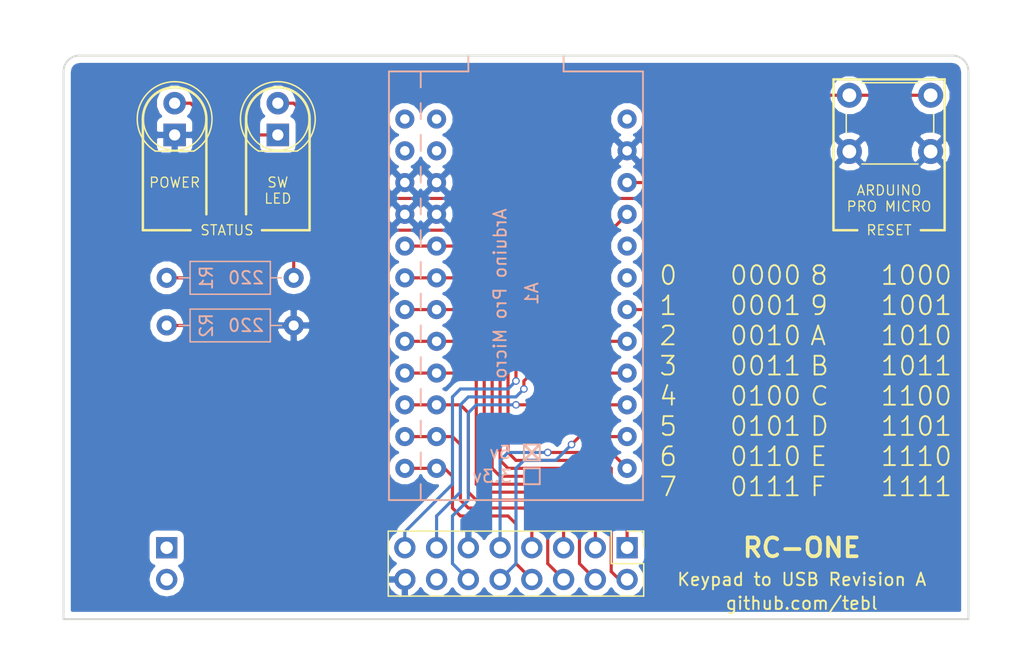
<source format=kicad_pcb>
(kicad_pcb (version 4) (host pcbnew 4.0.7)

  (general
    (links 37)
    (no_connects 0)
    (area 117.399999 98.984999 189.940001 144.220001)
    (thickness 1.6)
    (drawings 38)
    (tracks 150)
    (zones 0)
    (modules 8)
    (nets 20)
  )

  (page A4)
  (layers
    (0 F.Cu signal)
    (31 B.Cu signal)
    (32 B.Adhes user)
    (33 F.Adhes user)
    (34 B.Paste user)
    (35 F.Paste user)
    (36 B.SilkS user)
    (37 F.SilkS user)
    (38 B.Mask user)
    (39 F.Mask user)
    (40 Dwgs.User user)
    (41 Cmts.User user)
    (42 Eco1.User user)
    (43 Eco2.User user)
    (44 Edge.Cuts user)
    (45 Margin user)
    (46 B.CrtYd user)
    (47 F.CrtYd user)
    (48 B.Fab user)
    (49 F.Fab user)
  )

  (setup
    (last_trace_width 0.25)
    (trace_clearance 0.2)
    (zone_clearance 0.508)
    (zone_45_only no)
    (trace_min 0.2)
    (segment_width 0.2)
    (edge_width 0.15)
    (via_size 0.6)
    (via_drill 0.4)
    (via_min_size 0.4)
    (via_min_drill 0.3)
    (uvia_size 0.3)
    (uvia_drill 0.1)
    (uvias_allowed no)
    (uvia_min_size 0.2)
    (uvia_min_drill 0.1)
    (pcb_text_width 0.3)
    (pcb_text_size 1.5 1.5)
    (mod_edge_width 0.15)
    (mod_text_size 1 1)
    (mod_text_width 0.15)
    (pad_size 1.524 1.524)
    (pad_drill 0.762)
    (pad_to_mask_clearance 0.2)
    (aux_axis_origin 0 0)
    (visible_elements 7FFFFFFF)
    (pcbplotparams
      (layerselection 0x011fc_80000001)
      (usegerberextensions true)
      (excludeedgelayer true)
      (linewidth 0.100000)
      (plotframeref false)
      (viasonmask false)
      (mode 1)
      (useauxorigin false)
      (hpglpennumber 1)
      (hpglpenspeed 20)
      (hpglpendiameter 15)
      (hpglpenoverlay 2)
      (psnegative false)
      (psa4output false)
      (plotreference true)
      (plotvalue true)
      (plotinvisibletext false)
      (padsonsilk false)
      (subtractmaskfromsilk false)
      (outputformat 1)
      (mirror false)
      (drillshape 0)
      (scaleselection 1)
      (outputdirectory export/))
  )

  (net 0 "")
  (net 1 GND)
  (net 2 /D2)
  (net 3 /D3)
  (net 4 /D4)
  (net 5 /D5)
  (net 6 /D6)
  (net 7 /D7)
  (net 8 /D8)
  (net 9 /D9)
  (net 10 /D10)
  (net 11 /D16)
  (net 12 /D14)
  (net 13 /D15)
  (net 14 /D18)
  (net 15 "Net-(A1-Pad18)")
  (net 16 "Net-(A1-Pad21)")
  (net 17 "Net-(A1-Pad22)")
  (net 18 "Net-(D1-Pad2)")
  (net 19 "Net-(D2-Pad1)")

  (net_class Default "This is the default net class."
    (clearance 0.2)
    (trace_width 0.25)
    (via_dia 0.6)
    (via_drill 0.4)
    (uvia_dia 0.3)
    (uvia_drill 0.1)
    (add_net /D10)
    (add_net /D14)
    (add_net /D15)
    (add_net /D16)
    (add_net /D18)
    (add_net /D2)
    (add_net /D3)
    (add_net /D4)
    (add_net /D5)
    (add_net /D6)
    (add_net /D7)
    (add_net /D8)
    (add_net /D9)
    (add_net GND)
    (add_net "Net-(A1-Pad18)")
    (add_net "Net-(A1-Pad21)")
    (add_net "Net-(A1-Pad22)")
    (add_net "Net-(D1-Pad2)")
    (add_net "Net-(D2-Pad1)")
  )

  (module LEDs:LED_D5.0mm (layer F.Cu) (tedit 5DAEE1F3) (tstamp 5DAEE08A)
    (at 126.365 105.41 90)
    (descr "LED, diameter 5.0mm, 2 pins, http://cdn-reichelt.de/documents/datenblatt/A500/LL-504BC2E-009.pdf")
    (tags "LED diameter 5.0mm 2 pins")
    (path /5DAC9BB3)
    (fp_text reference D1 (at 1.27 -3.96 90) (layer F.Fab)
      (effects (font (size 1 1) (thickness 0.15)))
    )
    (fp_text value POWER (at 1.27 3.96 90) (layer F.Fab)
      (effects (font (size 1 1) (thickness 0.15)))
    )
    (fp_arc (start 1.27 0) (end -1.23 -1.469694) (angle 299.1) (layer F.Fab) (width 0.1))
    (fp_arc (start 1.27 0) (end -1.29 -1.54483) (angle 148.9) (layer F.SilkS) (width 0.12))
    (fp_arc (start 1.27 0) (end -1.29 1.54483) (angle -148.9) (layer F.SilkS) (width 0.12))
    (fp_circle (center 1.27 0) (end 3.77 0) (layer F.Fab) (width 0.1))
    (fp_circle (center 1.27 0) (end 3.77 0) (layer F.SilkS) (width 0.12))
    (fp_line (start -1.23 -1.469694) (end -1.23 1.469694) (layer F.Fab) (width 0.1))
    (fp_line (start -1.29 -1.545) (end -1.29 1.545) (layer F.SilkS) (width 0.12))
    (fp_line (start -1.95 -3.25) (end -1.95 3.25) (layer F.CrtYd) (width 0.05))
    (fp_line (start -1.95 3.25) (end 4.5 3.25) (layer F.CrtYd) (width 0.05))
    (fp_line (start 4.5 3.25) (end 4.5 -3.25) (layer F.CrtYd) (width 0.05))
    (fp_line (start 4.5 -3.25) (end -1.95 -3.25) (layer F.CrtYd) (width 0.05))
    (fp_text user %R (at 1.25 0 90) (layer F.Fab)
      (effects (font (size 0.8 0.8) (thickness 0.2)))
    )
    (pad 1 thru_hole rect (at 0 0 90) (size 1.8 1.8) (drill 0.9) (layers *.Cu *.Mask)
      (net 1 GND))
    (pad 2 thru_hole circle (at 2.54 0 90) (size 1.8 1.8) (drill 0.9) (layers *.Cu *.Mask)
      (net 18 "Net-(D1-Pad2)"))
    (model ${KISYS3DMOD}/LEDs.3dshapes/LED_D5.0mm.wrl
      (at (xyz 0 0 0))
      (scale (xyz 0.393701 0.393701 0.393701))
      (rotate (xyz 0 0 0))
    )
  )

  (module LEDs:LED_D5.0mm (layer F.Cu) (tedit 5DAEE1F8) (tstamp 5DAEE090)
    (at 134.62 105.41 90)
    (descr "LED, diameter 5.0mm, 2 pins, http://cdn-reichelt.de/documents/datenblatt/A500/LL-504BC2E-009.pdf")
    (tags "LED diameter 5.0mm 2 pins")
    (path /5DAC9E29)
    (fp_text reference D2 (at 1.27 -3.96 90) (layer F.Fab)
      (effects (font (size 1 1) (thickness 0.15)))
    )
    (fp_text value SW_LED (at 1.27 3.96 90) (layer F.Fab)
      (effects (font (size 1 1) (thickness 0.15)))
    )
    (fp_arc (start 1.27 0) (end -1.23 -1.469694) (angle 299.1) (layer F.Fab) (width 0.1))
    (fp_arc (start 1.27 0) (end -1.29 -1.54483) (angle 148.9) (layer F.SilkS) (width 0.12))
    (fp_arc (start 1.27 0) (end -1.29 1.54483) (angle -148.9) (layer F.SilkS) (width 0.12))
    (fp_circle (center 1.27 0) (end 3.77 0) (layer F.Fab) (width 0.1))
    (fp_circle (center 1.27 0) (end 3.77 0) (layer F.SilkS) (width 0.12))
    (fp_line (start -1.23 -1.469694) (end -1.23 1.469694) (layer F.Fab) (width 0.1))
    (fp_line (start -1.29 -1.545) (end -1.29 1.545) (layer F.SilkS) (width 0.12))
    (fp_line (start -1.95 -3.25) (end -1.95 3.25) (layer F.CrtYd) (width 0.05))
    (fp_line (start -1.95 3.25) (end 4.5 3.25) (layer F.CrtYd) (width 0.05))
    (fp_line (start 4.5 3.25) (end 4.5 -3.25) (layer F.CrtYd) (width 0.05))
    (fp_line (start 4.5 -3.25) (end -1.95 -3.25) (layer F.CrtYd) (width 0.05))
    (fp_text user %R (at 1.25 0 90) (layer F.Fab)
      (effects (font (size 0.8 0.8) (thickness 0.2)))
    )
    (pad 1 thru_hole rect (at 0 0 90) (size 1.8 1.8) (drill 0.9) (layers *.Cu *.Mask)
      (net 19 "Net-(D2-Pad1)"))
    (pad 2 thru_hole circle (at 2.54 0 90) (size 1.8 1.8) (drill 0.9) (layers *.Cu *.Mask)
      (net 15 "Net-(A1-Pad18)"))
    (model ${KISYS3DMOD}/LEDs.3dshapes/LED_D5.0mm.wrl
      (at (xyz 0 0 0))
      (scale (xyz 0.393701 0.393701 0.393701))
      (rotate (xyz 0 0 0))
    )
  )

  (module Pin_Headers:Pin_Header_Straight_2x08_Pitch2.54mm (layer F.Cu) (tedit 5DC46534) (tstamp 5DAEE0A4)
    (at 162.56 138.43 270)
    (descr "Through hole straight pin header, 2x08, 2.54mm pitch, double rows")
    (tags "Through hole pin header THT 2x08 2.54mm double row")
    (path /5DAC4370)
    (fp_text reference J1 (at 1.27 -2.54 270) (layer F.Fab)
      (effects (font (size 1 1) (thickness 0.15)))
    )
    (fp_text value "RC1 Keypad Port" (at 1.27 20.11 270) (layer F.Fab)
      (effects (font (size 1 1) (thickness 0.15)))
    )
    (fp_line (start 0 -1.27) (end 3.81 -1.27) (layer F.Fab) (width 0.1))
    (fp_line (start 3.81 -1.27) (end 3.81 19.05) (layer F.Fab) (width 0.1))
    (fp_line (start 3.81 19.05) (end -1.27 19.05) (layer F.Fab) (width 0.1))
    (fp_line (start -1.27 19.05) (end -1.27 0) (layer F.Fab) (width 0.1))
    (fp_line (start -1.27 0) (end 0 -1.27) (layer F.Fab) (width 0.1))
    (fp_line (start -1.33 19.11) (end 3.87 19.11) (layer F.SilkS) (width 0.12))
    (fp_line (start -1.33 1.27) (end -1.33 19.11) (layer F.SilkS) (width 0.12))
    (fp_line (start 3.87 -1.33) (end 3.87 19.11) (layer F.SilkS) (width 0.12))
    (fp_line (start -1.33 1.27) (end 1.27 1.27) (layer F.SilkS) (width 0.12))
    (fp_line (start 1.27 1.27) (end 1.27 -1.33) (layer F.SilkS) (width 0.12))
    (fp_line (start 1.27 -1.33) (end 3.87 -1.33) (layer F.SilkS) (width 0.12))
    (fp_line (start -1.33 0) (end -1.33 -1.33) (layer F.SilkS) (width 0.12))
    (fp_line (start -1.33 -1.33) (end 0 -1.33) (layer F.SilkS) (width 0.12))
    (fp_line (start -1.8 -1.8) (end -1.8 19.55) (layer F.CrtYd) (width 0.05))
    (fp_line (start -1.8 19.55) (end 4.35 19.55) (layer F.CrtYd) (width 0.05))
    (fp_line (start 4.35 19.55) (end 4.35 -1.8) (layer F.CrtYd) (width 0.05))
    (fp_line (start 4.35 -1.8) (end -1.8 -1.8) (layer F.CrtYd) (width 0.05))
    (fp_text user %R (at 1.27 8.89 360) (layer F.Fab)
      (effects (font (size 1 1) (thickness 0.15)))
    )
    (pad 1 thru_hole rect (at 0 0 270) (size 1.7 1.7) (drill 1) (layers *.Cu *.Mask)
      (net 2 /D2))
    (pad 2 thru_hole oval (at 2.54 0 270) (size 1.7 1.7) (drill 1) (layers *.Cu *.Mask)
      (net 3 /D3))
    (pad 3 thru_hole oval (at 0 2.54 270) (size 1.7 1.7) (drill 1) (layers *.Cu *.Mask)
      (net 4 /D4))
    (pad 4 thru_hole oval (at 2.54 2.54 270) (size 1.7 1.7) (drill 1) (layers *.Cu *.Mask)
      (net 5 /D5))
    (pad 5 thru_hole oval (at 0 5.08 270) (size 1.7 1.7) (drill 1) (layers *.Cu *.Mask)
      (net 6 /D6))
    (pad 6 thru_hole oval (at 2.54 5.08 270) (size 1.7 1.7) (drill 1) (layers *.Cu *.Mask)
      (net 7 /D7))
    (pad 7 thru_hole oval (at 0 7.62 270) (size 1.7 1.7) (drill 1) (layers *.Cu *.Mask)
      (net 8 /D8))
    (pad 8 thru_hole oval (at 2.54 7.62 270) (size 1.7 1.7) (drill 1) (layers *.Cu *.Mask)
      (net 9 /D9))
    (pad 9 thru_hole oval (at 0 10.16 270) (size 1.7 1.7) (drill 1) (layers *.Cu *.Mask)
      (net 10 /D10))
    (pad 10 thru_hole oval (at 2.54 10.16 270) (size 1.7 1.7) (drill 1) (layers *.Cu *.Mask)
      (net 11 /D16))
    (pad 11 thru_hole oval (at 0 12.7 270) (size 1.7 1.7) (drill 1) (layers *.Cu *.Mask)
      (net 1 GND))
    (pad 12 thru_hole oval (at 2.54 12.7 270) (size 1.7 1.7) (drill 1) (layers *.Cu *.Mask)
      (net 12 /D14))
    (pad 13 thru_hole oval (at 0 15.24 270) (size 1.7 1.7) (drill 1) (layers *.Cu *.Mask)
      (net 13 /D15))
    (pad 14 thru_hole oval (at 2.54 15.24 270) (size 1.7 1.7) (drill 1) (layers *.Cu *.Mask))
    (pad 15 thru_hole oval (at 0 17.78 270) (size 1.7 1.7) (drill 1) (layers *.Cu *.Mask)
      (net 14 /D18))
    (pad 16 thru_hole oval (at 2.54 17.78 270) (size 1.7 1.7) (drill 1) (layers *.Cu *.Mask)
      (net 1 GND))
  )

  (module Resistors_THT:R_Axial_DIN0207_L6.3mm_D2.5mm_P10.16mm_Horizontal (layer B.Cu) (tedit 5DAEE196) (tstamp 5DAEE0AA)
    (at 125.73 116.84)
    (descr "Resistor, Axial_DIN0207 series, Axial, Horizontal, pin pitch=10.16mm, 0.25W = 1/4W, length*diameter=6.3*2.5mm^2, http://cdn-reichelt.de/documents/datenblatt/B400/1_4W%23YAG.pdf")
    (tags "Resistor Axial_DIN0207 series Axial Horizontal pin pitch 10.16mm 0.25W = 1/4W length 6.3mm diameter 2.5mm")
    (path /5DACA266)
    (fp_text reference R1 (at 3.175 0 270) (layer B.SilkS)
      (effects (font (size 1 1) (thickness 0.15)) (justify mirror))
    )
    (fp_text value 220 (at 6.35 0) (layer B.SilkS)
      (effects (font (size 1 1) (thickness 0.15)) (justify mirror))
    )
    (fp_line (start 1.93 1.25) (end 1.93 -1.25) (layer B.Fab) (width 0.1))
    (fp_line (start 1.93 -1.25) (end 8.23 -1.25) (layer B.Fab) (width 0.1))
    (fp_line (start 8.23 -1.25) (end 8.23 1.25) (layer B.Fab) (width 0.1))
    (fp_line (start 8.23 1.25) (end 1.93 1.25) (layer B.Fab) (width 0.1))
    (fp_line (start 0 0) (end 1.93 0) (layer B.Fab) (width 0.1))
    (fp_line (start 10.16 0) (end 8.23 0) (layer B.Fab) (width 0.1))
    (fp_line (start 1.87 1.31) (end 1.87 -1.31) (layer B.SilkS) (width 0.12))
    (fp_line (start 1.87 -1.31) (end 8.29 -1.31) (layer B.SilkS) (width 0.12))
    (fp_line (start 8.29 -1.31) (end 8.29 1.31) (layer B.SilkS) (width 0.12))
    (fp_line (start 8.29 1.31) (end 1.87 1.31) (layer B.SilkS) (width 0.12))
    (fp_line (start 0.98 0) (end 1.87 0) (layer B.SilkS) (width 0.12))
    (fp_line (start 9.18 0) (end 8.29 0) (layer B.SilkS) (width 0.12))
    (fp_line (start -1.05 1.6) (end -1.05 -1.6) (layer B.CrtYd) (width 0.05))
    (fp_line (start -1.05 -1.6) (end 11.25 -1.6) (layer B.CrtYd) (width 0.05))
    (fp_line (start 11.25 -1.6) (end 11.25 1.6) (layer B.CrtYd) (width 0.05))
    (fp_line (start 11.25 1.6) (end -1.05 1.6) (layer B.CrtYd) (width 0.05))
    (pad 1 thru_hole circle (at 0 0) (size 1.6 1.6) (drill 0.8) (layers *.Cu *.Mask)
      (net 18 "Net-(D1-Pad2)"))
    (pad 2 thru_hole oval (at 10.16 0) (size 1.6 1.6) (drill 0.8) (layers *.Cu *.Mask)
      (net 16 "Net-(A1-Pad21)"))
    (model ${KISYS3DMOD}/Resistors_THT.3dshapes/R_Axial_DIN0207_L6.3mm_D2.5mm_P10.16mm_Horizontal.wrl
      (at (xyz 0 0 0))
      (scale (xyz 0.393701 0.393701 0.393701))
      (rotate (xyz 0 0 0))
    )
  )

  (module Resistors_THT:R_Axial_DIN0207_L6.3mm_D2.5mm_P10.16mm_Horizontal (layer B.Cu) (tedit 5DAEE192) (tstamp 5DAEE0B0)
    (at 125.73 120.65)
    (descr "Resistor, Axial_DIN0207 series, Axial, Horizontal, pin pitch=10.16mm, 0.25W = 1/4W, length*diameter=6.3*2.5mm^2, http://cdn-reichelt.de/documents/datenblatt/B400/1_4W%23YAG.pdf")
    (tags "Resistor Axial_DIN0207 series Axial Horizontal pin pitch 10.16mm 0.25W = 1/4W length 6.3mm diameter 2.5mm")
    (path /5DAC9B24)
    (fp_text reference R2 (at 3.175 0 270) (layer B.SilkS)
      (effects (font (size 1 1) (thickness 0.15)) (justify mirror))
    )
    (fp_text value 220 (at 6.35 0) (layer B.SilkS)
      (effects (font (size 1 1) (thickness 0.15)) (justify mirror))
    )
    (fp_line (start 1.93 1.25) (end 1.93 -1.25) (layer B.Fab) (width 0.1))
    (fp_line (start 1.93 -1.25) (end 8.23 -1.25) (layer B.Fab) (width 0.1))
    (fp_line (start 8.23 -1.25) (end 8.23 1.25) (layer B.Fab) (width 0.1))
    (fp_line (start 8.23 1.25) (end 1.93 1.25) (layer B.Fab) (width 0.1))
    (fp_line (start 0 0) (end 1.93 0) (layer B.Fab) (width 0.1))
    (fp_line (start 10.16 0) (end 8.23 0) (layer B.Fab) (width 0.1))
    (fp_line (start 1.87 1.31) (end 1.87 -1.31) (layer B.SilkS) (width 0.12))
    (fp_line (start 1.87 -1.31) (end 8.29 -1.31) (layer B.SilkS) (width 0.12))
    (fp_line (start 8.29 -1.31) (end 8.29 1.31) (layer B.SilkS) (width 0.12))
    (fp_line (start 8.29 1.31) (end 1.87 1.31) (layer B.SilkS) (width 0.12))
    (fp_line (start 0.98 0) (end 1.87 0) (layer B.SilkS) (width 0.12))
    (fp_line (start 9.18 0) (end 8.29 0) (layer B.SilkS) (width 0.12))
    (fp_line (start -1.05 1.6) (end -1.05 -1.6) (layer B.CrtYd) (width 0.05))
    (fp_line (start -1.05 -1.6) (end 11.25 -1.6) (layer B.CrtYd) (width 0.05))
    (fp_line (start 11.25 -1.6) (end 11.25 1.6) (layer B.CrtYd) (width 0.05))
    (fp_line (start 11.25 1.6) (end -1.05 1.6) (layer B.CrtYd) (width 0.05))
    (pad 1 thru_hole circle (at 0 0) (size 1.6 1.6) (drill 0.8) (layers *.Cu *.Mask)
      (net 19 "Net-(D2-Pad1)"))
    (pad 2 thru_hole oval (at 10.16 0) (size 1.6 1.6) (drill 0.8) (layers *.Cu *.Mask)
      (net 1 GND))
    (model ${KISYS3DMOD}/Resistors_THT.3dshapes/R_Axial_DIN0207_L6.3mm_D2.5mm_P10.16mm_Horizontal.wrl
      (at (xyz 0 0 0))
      (scale (xyz 0.393701 0.393701 0.393701))
      (rotate (xyz 0 0 0))
    )
  )

  (module Buttons_Switches_THT:SW_PUSH_6mm (layer F.Cu) (tedit 5DC46564) (tstamp 5DAEE0B8)
    (at 180.34 102.235)
    (descr https://www.omron.com/ecb/products/pdf/en-b3f.pdf)
    (tags "tact sw push 6mm")
    (path /5DAC8DC9)
    (fp_text reference SW1 (at 3.175 2.54) (layer F.Fab)
      (effects (font (size 1 1) (thickness 0.15)))
    )
    (fp_text value RESET (at 3.175 6.985) (layer F.Fab)
      (effects (font (size 1 1) (thickness 0.15)))
    )
    (fp_text user %R (at 3.175 2.54) (layer F.Fab)
      (effects (font (size 1 1) (thickness 0.15)))
    )
    (fp_line (start 3.25 -0.75) (end 6.25 -0.75) (layer F.Fab) (width 0.1))
    (fp_line (start 6.25 -0.75) (end 6.25 5.25) (layer F.Fab) (width 0.1))
    (fp_line (start 6.25 5.25) (end 0.25 5.25) (layer F.Fab) (width 0.1))
    (fp_line (start 0.25 5.25) (end 0.25 -0.75) (layer F.Fab) (width 0.1))
    (fp_line (start 0.25 -0.75) (end 3.25 -0.75) (layer F.Fab) (width 0.1))
    (fp_line (start 7.75 6) (end 8 6) (layer F.CrtYd) (width 0.05))
    (fp_line (start 8 6) (end 8 5.75) (layer F.CrtYd) (width 0.05))
    (fp_line (start 7.75 -1.5) (end 8 -1.5) (layer F.CrtYd) (width 0.05))
    (fp_line (start 8 -1.5) (end 8 -1.25) (layer F.CrtYd) (width 0.05))
    (fp_line (start -1.5 -1.25) (end -1.5 -1.5) (layer F.CrtYd) (width 0.05))
    (fp_line (start -1.5 -1.5) (end -1.25 -1.5) (layer F.CrtYd) (width 0.05))
    (fp_line (start -1.5 5.75) (end -1.5 6) (layer F.CrtYd) (width 0.05))
    (fp_line (start -1.5 6) (end -1.25 6) (layer F.CrtYd) (width 0.05))
    (fp_line (start -1.25 -1.5) (end 7.75 -1.5) (layer F.CrtYd) (width 0.05))
    (fp_line (start -1.5 5.75) (end -1.5 -1.25) (layer F.CrtYd) (width 0.05))
    (fp_line (start 7.75 6) (end -1.25 6) (layer F.CrtYd) (width 0.05))
    (fp_line (start 8 -1.25) (end 8 5.75) (layer F.CrtYd) (width 0.05))
    (fp_line (start 1 5.5) (end 5.5 5.5) (layer F.SilkS) (width 0.12))
    (fp_line (start -0.25 1.5) (end -0.25 3) (layer F.SilkS) (width 0.12))
    (fp_line (start 5.5 -1) (end 1 -1) (layer F.SilkS) (width 0.12))
    (fp_line (start 6.75 3) (end 6.75 1.5) (layer F.SilkS) (width 0.12))
    (fp_circle (center 3.25 2.25) (end 1.25 2.5) (layer F.Fab) (width 0.1))
    (pad 2 thru_hole circle (at 0 4.5 90) (size 2 2) (drill 1.1) (layers *.Cu *.Mask)
      (net 1 GND))
    (pad 1 thru_hole circle (at 0 0 90) (size 2 2) (drill 1.1) (layers *.Cu *.Mask)
      (net 17 "Net-(A1-Pad22)"))
    (pad 2 thru_hole circle (at 6.5 4.5 90) (size 2 2) (drill 1.1) (layers *.Cu *.Mask)
      (net 1 GND))
    (pad 1 thru_hole circle (at 6.5 0 90) (size 2 2) (drill 1.1) (layers *.Cu *.Mask)
      (net 17 "Net-(A1-Pad22)"))
    (model ${KISYS3DMOD}/Buttons_Switches_THT.3dshapes/SW_PUSH_6mm.wrl
      (at (xyz 0.005 0 0))
      (scale (xyz 0.3937 0.3937 0.3937))
      (rotate (xyz 0 0 0))
    )
  )

  (module Anchor:Pin_Header_Straight_1x02_Pitch2.54mm (layer F.Cu) (tedit 5DAEDCC1) (tstamp 5DAEE242)
    (at 125.73 138.43)
    (descr "Through hole straight pin header, 1x02, 2.54mm pitch, single row")
    (tags "Through hole pin header THT 1x02 2.54mm single row")
    (path /5DAEDC73)
    (fp_text reference J2 (at 0 -2.54) (layer F.SilkS) hide
      (effects (font (size 1 1) (thickness 0.15)))
    )
    (fp_text value Anchor (at 0 5.08) (layer F.Fab) hide
      (effects (font (size 1 1) (thickness 0.15)))
    )
    (fp_line (start -1.8 -1.8) (end -1.8 4.35) (layer F.CrtYd) (width 0.05))
    (fp_line (start -1.8 4.35) (end 1.8 4.35) (layer F.CrtYd) (width 0.05))
    (fp_line (start 1.8 4.35) (end 1.8 -1.8) (layer F.CrtYd) (width 0.05))
    (fp_line (start 1.8 -1.8) (end -1.8 -1.8) (layer F.CrtYd) (width 0.05))
    (fp_text user %R (at 0 -2.54) (layer F.Fab) hide
      (effects (font (size 1 1) (thickness 0.15)))
    )
    (pad 1 thru_hole rect (at 0 0) (size 1.7 1.7) (drill 1) (layers *.Cu *.Mask))
    (pad 2 thru_hole oval (at 0 2.54) (size 1.7 1.7) (drill 1) (layers *.Cu *.Mask))
  )

  (module Arduino_Pro_Micro:Arduino_Pro_Micro_Reverse (layer F.Cu) (tedit 5DBEC304) (tstamp 5DAEE084)
    (at 153.67 118.11)
    (path /5DAC7F54)
    (fp_text reference A1 (at 1.27 0 90) (layer B.SilkS)
      (effects (font (size 1 1) (thickness 0.15)) (justify mirror))
    )
    (fp_text value "Arduino Pro Micro" (at -1.27 0 90) (layer B.SilkS)
      (effects (font (size 1 1) (thickness 0.15)) (justify mirror))
    )
    (fp_line (start -7.62 15.24) (end -7.62 16.51) (layer B.SilkS) (width 0.15))
    (fp_line (start -7.62 12.7) (end -7.62 13.97) (layer B.SilkS) (width 0.15))
    (fp_line (start -7.62 10.16) (end -7.62 11.43) (layer B.SilkS) (width 0.15))
    (fp_line (start -7.62 7.62) (end -7.62 8.89) (layer B.SilkS) (width 0.15))
    (fp_line (start -7.62 5.08) (end -7.62 6.35) (layer B.SilkS) (width 0.15))
    (fp_line (start -7.62 2.54) (end -7.62 3.81) (layer B.SilkS) (width 0.15))
    (fp_line (start -7.62 0) (end -7.62 1.27) (layer B.SilkS) (width 0.15))
    (fp_line (start -7.62 -2.54) (end -7.62 -1.27) (layer B.SilkS) (width 0.15))
    (fp_line (start -7.62 -5.08) (end -7.62 -3.81) (layer B.SilkS) (width 0.15))
    (fp_line (start -7.62 -7.62) (end -7.62 -6.35) (layer B.SilkS) (width 0.15))
    (fp_line (start -7.62 -10.16) (end -7.62 -8.89) (layer B.SilkS) (width 0.15))
    (fp_line (start -7.62 -12.7) (end -7.62 -11.43) (layer B.SilkS) (width 0.15))
    (fp_line (start -7.62 -15.24) (end -7.62 -13.97) (layer B.SilkS) (width 0.15))
    (fp_line (start -7.62 -17.78) (end -7.62 -16.51) (layer B.SilkS) (width 0.15))
    (fp_line (start 0.635 13.335) (end 1.905 13.335) (layer B.SilkS) (width 0.15))
    (fp_line (start 1.905 13.335) (end 1.905 12.065) (layer B.SilkS) (width 0.15))
    (fp_line (start 1.905 12.065) (end 0.635 12.065) (layer B.SilkS) (width 0.15))
    (fp_line (start 0.635 12.065) (end 0.635 13.335) (layer B.SilkS) (width 0.15))
    (fp_line (start 1.905 13.97) (end 0.635 13.97) (layer B.SilkS) (width 0.15))
    (fp_line (start 0.635 13.97) (end 0.635 15.24) (layer B.SilkS) (width 0.15))
    (fp_line (start 0.635 15.24) (end 1.905 15.24) (layer B.SilkS) (width 0.15))
    (fp_line (start 1.905 15.24) (end 1.905 13.97) (layer B.SilkS) (width 0.15))
    (fp_text user 3.3v (at -1.905 14.605) (layer B.SilkS)
      (effects (font (size 1 1) (thickness 0.15)) (justify mirror))
    )
    (fp_text user 5v (at -1.27 12.7) (layer B.SilkS)
      (effects (font (size 1 1) (thickness 0.15)) (justify mirror))
    )
    (fp_line (start 3.81 -19.05) (end 3.81 -17.78) (layer B.SilkS) (width 0.15))
    (fp_line (start 3.81 -17.78) (end 10.16 -17.78) (layer B.SilkS) (width 0.15))
    (fp_line (start -10.16 -17.78) (end -3.81 -17.78) (layer B.SilkS) (width 0.15))
    (fp_line (start -3.81 -17.78) (end -3.81 -19.05) (layer B.SilkS) (width 0.15))
    (fp_line (start -3.81 -19.05) (end 3.81 -19.05) (layer B.SilkS) (width 0.15))
    (fp_line (start 10.16 16.51) (end 10.16 -17.78) (layer B.SilkS) (width 0.15))
    (fp_line (start -10.16 -17.78) (end -10.16 16.51) (layer B.SilkS) (width 0.15))
    (fp_line (start -10.16 16.51) (end 10.16 16.51) (layer B.SilkS) (width 0.15))
    (pad 12 thru_hole circle (at -6.35 13.97) (size 1.524 1.524) (drill 0.762) (layers *.Cu *.Mask)
      (net 9 /D9))
    (pad 11 thru_hole circle (at -6.35 11.43) (size 1.524 1.524) (drill 0.762) (layers *.Cu *.Mask)
      (net 8 /D8))
    (pad 10 thru_hole circle (at -6.35 8.89) (size 1.524 1.524) (drill 0.762) (layers *.Cu *.Mask)
      (net 7 /D7))
    (pad 9 thru_hole circle (at -6.35 6.35) (size 1.524 1.524) (drill 0.762) (layers *.Cu *.Mask)
      (net 6 /D6))
    (pad 8 thru_hole circle (at -6.35 3.81) (size 1.524 1.524) (drill 0.762) (layers *.Cu *.Mask)
      (net 5 /D5))
    (pad 7 thru_hole circle (at -6.35 1.27) (size 1.524 1.524) (drill 0.762) (layers *.Cu *.Mask)
      (net 4 /D4))
    (pad 6 thru_hole circle (at -6.35 -1.27) (size 1.524 1.524) (drill 0.762) (layers *.Cu *.Mask)
      (net 3 /D3))
    (pad 5 thru_hole circle (at -6.35 -3.81) (size 1.524 1.524) (drill 0.762) (layers *.Cu *.Mask)
      (net 2 /D2))
    (pad 4 thru_hole circle (at -6.35 -6.35) (size 1.524 1.524) (drill 0.762) (layers *.Cu *.Mask)
      (net 1 GND))
    (pad 3 thru_hole circle (at -6.35 -8.89) (size 1.524 1.524) (drill 0.762) (layers *.Cu *.Mask)
      (net 1 GND))
    (pad 2 thru_hole circle (at -6.35 -11.43) (size 1.524 1.524) (drill 0.762) (layers *.Cu *.Mask))
    (pad 1 thru_hole circle (at -6.35 -13.97) (size 1.524 1.524) (drill 0.762) (layers *.Cu *.Mask))
    (pad 2 thru_hole circle (at -8.89 -11.43) (size 1.524 1.524) (drill 0.762) (layers *.Cu *.Mask))
    (pad 3 thru_hole circle (at -8.89 -8.89) (size 1.524 1.524) (drill 0.762) (layers *.Cu *.Mask)
      (net 1 GND))
    (pad 4 thru_hole circle (at -8.89 -6.35) (size 1.524 1.524) (drill 0.762) (layers *.Cu *.Mask)
      (net 1 GND))
    (pad 5 thru_hole circle (at -8.89 -3.81) (size 1.524 1.524) (drill 0.762) (layers *.Cu *.Mask)
      (net 2 /D2))
    (pad 6 thru_hole circle (at -8.89 -1.27) (size 1.524 1.524) (drill 0.762) (layers *.Cu *.Mask)
      (net 3 /D3))
    (pad 7 thru_hole circle (at -8.89 1.27) (size 1.524 1.524) (drill 0.762) (layers *.Cu *.Mask)
      (net 4 /D4))
    (pad 8 thru_hole circle (at -8.89 3.81) (size 1.524 1.524) (drill 0.762) (layers *.Cu *.Mask)
      (net 5 /D5))
    (pad 9 thru_hole circle (at -8.89 6.35) (size 1.524 1.524) (drill 0.762) (layers *.Cu *.Mask)
      (net 6 /D6))
    (pad 10 thru_hole circle (at -8.89 8.89) (size 1.524 1.524) (drill 0.762) (layers *.Cu *.Mask)
      (net 7 /D7))
    (pad 11 thru_hole circle (at -8.89 11.43) (size 1.524 1.524) (drill 0.762) (layers *.Cu *.Mask)
      (net 8 /D8))
    (pad 12 thru_hole circle (at -8.89 13.97) (size 1.524 1.524) (drill 0.762) (layers *.Cu *.Mask)
      (net 9 /D9))
    (pad 13 thru_hole circle (at 8.89 13.97) (size 1.524 1.524) (drill 0.762) (layers *.Cu *.Mask)
      (net 10 /D10))
    (pad 14 thru_hole circle (at 8.89 11.43) (size 1.524 1.524) (drill 0.762) (layers *.Cu *.Mask)
      (net 11 /D16))
    (pad 15 thru_hole circle (at 8.89 8.89) (size 1.524 1.524) (drill 0.762) (layers *.Cu *.Mask)
      (net 12 /D14))
    (pad 16 thru_hole circle (at 8.89 6.35) (size 1.524 1.524) (drill 0.762) (layers *.Cu *.Mask)
      (net 13 /D15))
    (pad 17 thru_hole circle (at 8.89 3.81) (size 1.524 1.524) (drill 0.762) (layers *.Cu *.Mask)
      (net 14 /D18))
    (pad 18 thru_hole circle (at 8.89 1.27) (size 1.524 1.524) (drill 0.762) (layers *.Cu *.Mask)
      (net 15 "Net-(A1-Pad18)"))
    (pad 19 thru_hole circle (at 8.89 -1.27) (size 1.524 1.524) (drill 0.762) (layers *.Cu *.Mask))
    (pad 20 thru_hole circle (at 8.89 -3.81) (size 1.524 1.524) (drill 0.762) (layers *.Cu *.Mask))
    (pad 21 thru_hole circle (at 8.89 -6.35) (size 1.524 1.524) (drill 0.762) (layers *.Cu *.Mask)
      (net 16 "Net-(A1-Pad21)"))
    (pad 22 thru_hole circle (at 8.89 -8.89) (size 1.524 1.524) (drill 0.762) (layers *.Cu *.Mask)
      (net 17 "Net-(A1-Pad22)"))
    (pad 23 thru_hole circle (at 8.89 -11.43) (size 1.524 1.524) (drill 0.762) (layers *.Cu *.Mask)
      (net 1 GND))
    (pad 24 thru_hole circle (at 8.89 -13.97) (size 1.524 1.524) (drill 0.762) (layers *.Cu *.Mask))
    (pad 1 thru_hole circle (at -8.89 -13.97) (size 1.524 1.524) (drill 0.762) (layers *.Cu *.Mask))
  )

  (gr_text github.com/tebl (at 176.53 142.875) (layer F.SilkS)
    (effects (font (size 1 1) (thickness 0.15)))
  )
  (gr_text "Keypad to USB Revision A" (at 176.53 140.97) (layer F.SilkS)
    (effects (font (size 1 1) (thickness 0.15)))
  )
  (gr_text RC-ONE (at 176.53 138.43) (layer F.SilkS)
    (effects (font (size 1.5 1.5) (thickness 0.3)))
  )
  (gr_text "8	1000\n9	1001\nA	1010\nB	1011\nC	1100\nD	1101\nE	1110\nF	1111" (at 182.88 125.095) (layer F.SilkS)
    (effects (font (size 1.5 1.5) (thickness 0.15)))
  )
  (gr_text "0	0000\n1	0001\n2	0010\n3	0011\n4	0100\n5	0101\n6	0110\n7	0111" (at 170.815 125.095) (layer F.SilkS)
    (effects (font (size 1.5 1.5) (thickness 0.15)))
  )
  (gr_line (start 180.975 113.03) (end 179.07 113.03) (angle 90) (layer F.SilkS) (width 0.2))
  (gr_line (start 187.96 113.03) (end 186.055 113.03) (angle 90) (layer F.SilkS) (width 0.2))
  (gr_text RESET (at 183.515 113.03) (layer F.SilkS)
    (effects (font (size 0.8 0.8) (thickness 0.1)))
  )
  (gr_line (start 187.96 100.965) (end 187.96 107.95) (angle 90) (layer F.SilkS) (width 0.2))
  (gr_line (start 179.07 100.965) (end 187.96 100.965) (angle 90) (layer F.SilkS) (width 0.2))
  (gr_line (start 179.07 107.95) (end 179.07 100.965) (angle 90) (layer F.SilkS) (width 0.2))
  (gr_line (start 187.96 113.03) (end 187.96 107.95) (angle 90) (layer F.SilkS) (width 0.2))
  (gr_line (start 179.07 107.95) (end 179.07 113.03) (angle 90) (layer F.SilkS) (width 0.2))
  (gr_text "ARDUINO\nPRO MICRO" (at 183.515 110.49) (layer F.SilkS)
    (effects (font (size 0.8 0.8) (thickness 0.1)))
  )
  (gr_arc (start 134.62 104.14) (end 134.62 101.6) (angle 90) (layer F.SilkS) (width 0.2))
  (gr_arc (start 134.62 104.14) (end 132.08 104.14) (angle 90) (layer F.SilkS) (width 0.2))
  (gr_arc (start 126.365 104.14) (end 126.365 101.6) (angle 90) (layer F.SilkS) (width 0.2))
  (gr_arc (start 126.365 104.14) (end 123.825 104.14) (angle 90) (layer F.SilkS) (width 0.2))
  (gr_line (start 127.635 113.03) (end 123.825 113.03) (angle 90) (layer F.SilkS) (width 0.2))
  (gr_line (start 133.35 113.03) (end 137.16 113.03) (angle 90) (layer F.SilkS) (width 0.2))
  (gr_text STATUS (at 130.556 113.03) (layer F.SilkS)
    (effects (font (size 0.8 0.8) (thickness 0.1)))
  )
  (gr_text "SW\nLED" (at 134.62 109.855) (layer F.SilkS)
    (effects (font (size 0.8 0.8) (thickness 0.1)))
  )
  (gr_text POWER (at 126.365 109.22) (layer F.SilkS)
    (effects (font (size 0.8 0.8) (thickness 0.1)))
  )
  (gr_line (start 137.16 104.14) (end 137.16 113.03) (angle 90) (layer F.SilkS) (width 0.2))
  (gr_line (start 132.08 104.14) (end 132.08 111.76) (angle 90) (layer F.SilkS) (width 0.2))
  (gr_line (start 123.825 113.03) (end 123.825 104.14) (angle 90) (layer F.SilkS) (width 0.2))
  (gr_line (start 128.905 104.14) (end 128.905 111.76) (angle 90) (layer F.SilkS) (width 0.2))
  (gr_line (start 117.475 101.6) (end 117.475 100.33) (angle 90) (layer Edge.Cuts) (width 0.15))
  (gr_line (start 189.865 100.33) (end 189.865 101.6) (angle 90) (layer Edge.Cuts) (width 0.15))
  (gr_line (start 188.595 99.06) (end 118.745 99.06) (angle 90) (layer Edge.Cuts) (width 0.15))
  (gr_line (start 189.865 101.6) (end 189.865 144.145) (angle 90) (layer Edge.Cuts) (width 0.15))
  (gr_line (start 117.475 144.145) (end 117.475 101.6) (angle 90) (layer Edge.Cuts) (width 0.15))
  (gr_line (start 154.305 130.175) (end 155.575 131.445) (angle 90) (layer B.SilkS) (width 0.2))
  (gr_line (start 154.305 131.445) (end 155.575 130.175) (angle 90) (layer B.SilkS) (width 0.2))
  (gr_arc (start 188.595 100.33) (end 188.595 99.06) (angle 90) (layer Edge.Cuts) (width 0.15))
  (gr_arc (start 118.745 100.33) (end 117.475 100.33) (angle 90) (layer Edge.Cuts) (width 0.15))
  (gr_line (start 153.67 144.145) (end 117.475 144.145) (angle 90) (layer Edge.Cuts) (width 0.15))
  (gr_line (start 153.67 144.145) (end 189.865 144.145) (angle 90) (layer Edge.Cuts) (width 0.15))

  (segment (start 147.32 114.3) (end 144.78 114.3) (width 0.25) (layer F.Cu) (net 2))
  (segment (start 160.655 131.445) (end 153.67 131.445) (width 0.25) (layer F.Cu) (net 2))
  (segment (start 162.56 136.525) (end 161.29 135.255) (width 0.25) (layer F.Cu) (net 2) (tstamp 5DAEECB5))
  (segment (start 161.29 135.255) (end 161.29 132.08) (width 0.25) (layer F.Cu) (net 2) (tstamp 5DAEECB7))
  (segment (start 161.29 132.08) (end 160.655 131.445) (width 0.25) (layer F.Cu) (net 2) (tstamp 5DAEECB9))
  (segment (start 162.56 138.43) (end 162.56 136.525) (width 0.25) (layer F.Cu) (net 2))
  (segment (start 152.4 114.3) (end 147.32 114.3) (width 0.25) (layer F.Cu) (net 2) (tstamp 5DBECB5D))
  (segment (start 153.035 114.935) (end 152.4 114.3) (width 0.25) (layer F.Cu) (net 2) (tstamp 5DBECB5C))
  (segment (start 153.035 130.81) (end 153.035 114.935) (width 0.25) (layer F.Cu) (net 2) (tstamp 5DBECB5B))
  (segment (start 153.67 131.445) (end 153.035 130.81) (width 0.25) (layer F.Cu) (net 2) (tstamp 5DBECB5A))
  (segment (start 160.02 132.08) (end 153.035 132.08) (width 0.25) (layer F.Cu) (net 3))
  (segment (start 161.29 140.335) (end 161.29 136.525) (width 0.25) (layer F.Cu) (net 3) (tstamp 5DAEECA4))
  (segment (start 161.925 140.97) (end 161.29 140.335) (width 0.25) (layer F.Cu) (net 3) (tstamp 5DAEECA3))
  (segment (start 160.655 135.89) (end 160.655 132.715) (width 0.25) (layer F.Cu) (net 3) (tstamp 5DAEECAF))
  (segment (start 160.655 132.715) (end 160.02 132.08) (width 0.25) (layer F.Cu) (net 3) (tstamp 5DAEECB0))
  (segment (start 161.29 136.525) (end 160.655 135.89) (width 0.25) (layer F.Cu) (net 3))
  (segment (start 151.765 116.84) (end 147.32 116.84) (width 0.25) (layer F.Cu) (net 3) (tstamp 5DBECB57))
  (segment (start 152.4 117.475) (end 151.765 116.84) (width 0.25) (layer F.Cu) (net 3) (tstamp 5DBECB56))
  (segment (start 152.4 131.445) (end 152.4 117.475) (width 0.25) (layer F.Cu) (net 3) (tstamp 5DBECB55))
  (segment (start 153.035 132.08) (end 152.4 131.445) (width 0.25) (layer F.Cu) (net 3) (tstamp 5DBECB54))
  (segment (start 144.78 116.84) (end 147.32 116.84) (width 0.25) (layer F.Cu) (net 3))
  (segment (start 162.56 140.97) (end 161.925 140.97) (width 0.25) (layer F.Cu) (net 3))
  (segment (start 147.32 119.38) (end 144.78 119.38) (width 0.25) (layer F.Cu) (net 4))
  (segment (start 159.385 132.715) (end 152.4 132.715) (width 0.25) (layer F.Cu) (net 4))
  (segment (start 160.02 133.35) (end 159.385 132.715) (width 0.25) (layer F.Cu) (net 4) (tstamp 5DAEEC99))
  (segment (start 160.02 138.43) (end 160.02 133.35) (width 0.25) (layer F.Cu) (net 4))
  (segment (start 151.13 119.38) (end 147.32 119.38) (width 0.25) (layer F.Cu) (net 4) (tstamp 5DBECB4D))
  (segment (start 151.765 120.015) (end 151.13 119.38) (width 0.25) (layer F.Cu) (net 4) (tstamp 5DBECB4C))
  (segment (start 151.765 132.08) (end 151.765 120.015) (width 0.25) (layer F.Cu) (net 4) (tstamp 5DBECB4B))
  (segment (start 152.4 132.715) (end 151.765 132.08) (width 0.25) (layer F.Cu) (net 4) (tstamp 5DBECB4A))
  (segment (start 147.32 121.92) (end 150.495 121.92) (width 0.25) (layer F.Cu) (net 5))
  (segment (start 158.75 139.7) (end 158.75 133.985) (width 0.25) (layer F.Cu) (net 5) (tstamp 5DAEEC90))
  (segment (start 158.75 133.985) (end 158.115 133.35) (width 0.25) (layer F.Cu) (net 5) (tstamp 5DAEEC91))
  (segment (start 158.75 139.7) (end 160.02 140.97) (width 0.25) (layer F.Cu) (net 5))
  (segment (start 151.765 133.35) (end 158.115 133.35) (width 0.25) (layer F.Cu) (net 5) (tstamp 5DBECB47))
  (segment (start 151.13 132.715) (end 151.765 133.35) (width 0.25) (layer F.Cu) (net 5) (tstamp 5DBECB46))
  (segment (start 151.13 122.555) (end 151.13 132.715) (width 0.25) (layer F.Cu) (net 5) (tstamp 5DBECB45))
  (segment (start 150.495 121.92) (end 151.13 122.555) (width 0.25) (layer F.Cu) (net 5) (tstamp 5DBECB44))
  (segment (start 144.78 121.92) (end 147.32 121.92) (width 0.25) (layer F.Cu) (net 5))
  (segment (start 147.32 124.46) (end 144.78 124.46) (width 0.25) (layer F.Cu) (net 6))
  (segment (start 156.845 133.985) (end 151.13 133.985) (width 0.25) (layer F.Cu) (net 6))
  (segment (start 157.48 134.62) (end 156.845 133.985) (width 0.25) (layer F.Cu) (net 6) (tstamp 5DAEEC88))
  (segment (start 157.48 138.43) (end 157.48 134.62) (width 0.25) (layer F.Cu) (net 6))
  (segment (start 149.86 124.46) (end 147.32 124.46) (width 0.25) (layer F.Cu) (net 6) (tstamp 5DBECB3D))
  (segment (start 150.495 125.095) (end 149.86 124.46) (width 0.25) (layer F.Cu) (net 6) (tstamp 5DBECB3C))
  (segment (start 150.495 133.35) (end 150.495 125.095) (width 0.25) (layer F.Cu) (net 6) (tstamp 5DBECB3B))
  (segment (start 151.13 133.985) (end 150.495 133.35) (width 0.25) (layer F.Cu) (net 6) (tstamp 5DBECB3A))
  (segment (start 147.32 127) (end 144.78 127) (width 0.25) (layer F.Cu) (net 7))
  (segment (start 147.32 127) (end 149.225 127) (width 0.25) (layer F.Cu) (net 7))
  (segment (start 150.495 134.62) (end 149.86 133.985) (width 0.25) (layer F.Cu) (net 7) (tstamp 5DBECB2A))
  (segment (start 149.86 133.985) (end 149.86 127.635) (width 0.25) (layer F.Cu) (net 7) (tstamp 5DBECB2B))
  (segment (start 149.86 127.635) (end 149.225 127) (width 0.25) (layer F.Cu) (net 7) (tstamp 5DBECB2C))
  (segment (start 156.21 139.7) (end 157.48 140.97) (width 0.25) (layer F.Cu) (net 7))
  (segment (start 156.21 135.255) (end 155.575 134.62) (width 0.25) (layer F.Cu) (net 7) (tstamp 5DAEEC80))
  (segment (start 156.21 139.7) (end 156.21 135.255) (width 0.25) (layer F.Cu) (net 7) (tstamp 5DAEEC7F))
  (segment (start 155.575 134.62) (end 150.495 134.62) (width 0.25) (layer F.Cu) (net 7))
  (segment (start 147.32 129.54) (end 144.78 129.54) (width 0.25) (layer F.Cu) (net 8))
  (segment (start 154.305 135.255) (end 149.86 135.255) (width 0.25) (layer F.Cu) (net 8))
  (segment (start 154.94 135.89) (end 154.305 135.255) (width 0.25) (layer F.Cu) (net 8) (tstamp 5DAEEC77))
  (segment (start 154.94 138.43) (end 154.94 135.89) (width 0.25) (layer F.Cu) (net 8))
  (segment (start 148.59 129.54) (end 147.32 129.54) (width 0.25) (layer F.Cu) (net 8) (tstamp 5DBECB25))
  (segment (start 149.225 130.175) (end 148.59 129.54) (width 0.25) (layer F.Cu) (net 8) (tstamp 5DBECB24))
  (segment (start 149.225 134.62) (end 149.225 130.175) (width 0.25) (layer F.Cu) (net 8) (tstamp 5DBECB23))
  (segment (start 149.86 135.255) (end 149.225 134.62) (width 0.25) (layer F.Cu) (net 8) (tstamp 5DBECB22))
  (segment (start 147.32 132.08) (end 147.955 132.08) (width 0.25) (layer F.Cu) (net 9))
  (segment (start 147.955 132.08) (end 148.59 132.715) (width 0.25) (layer F.Cu) (net 9) (tstamp 5DBECB1C))
  (segment (start 153.67 139.7) (end 153.67 136.525) (width 0.25) (layer F.Cu) (net 9) (tstamp 5DAEEC6D))
  (segment (start 153.67 136.525) (end 153.035 135.89) (width 0.25) (layer F.Cu) (net 9) (tstamp 5DAEEC6E))
  (segment (start 154.94 140.97) (end 153.67 139.7) (width 0.25) (layer F.Cu) (net 9))
  (segment (start 149.225 135.89) (end 153.035 135.89) (width 0.25) (layer F.Cu) (net 9) (tstamp 5DBECB1F))
  (segment (start 148.59 135.255) (end 149.225 135.89) (width 0.25) (layer F.Cu) (net 9) (tstamp 5DBECB1E))
  (segment (start 148.59 132.715) (end 148.59 135.255) (width 0.25) (layer F.Cu) (net 9) (tstamp 5DBECB1D))
  (segment (start 144.78 132.08) (end 147.32 132.08) (width 0.25) (layer F.Cu) (net 9))
  (segment (start 145.415 132.08) (end 144.78 132.08) (width 0.25) (layer F.Cu) (net 9) (tstamp 5DAEEC73))
  (segment (start 152.4 138.43) (end 152.4 132.715) (width 0.25) (layer B.Cu) (net 10))
  (segment (start 161.29 130.81) (end 162.56 132.08) (width 0.25) (layer F.Cu) (net 10) (tstamp 5DBECB91))
  (segment (start 156.21 130.81) (end 161.29 130.81) (width 0.25) (layer F.Cu) (net 10) (tstamp 5DBECB90))
  (via (at 156.21 130.81) (size 0.6) (drill 0.4) (layers F.Cu B.Cu) (net 10))
  (segment (start 153.035 130.81) (end 156.21 130.81) (width 0.25) (layer B.Cu) (net 10) (tstamp 5DBECB8E))
  (segment (start 152.4 131.445) (end 153.035 130.81) (width 0.25) (layer B.Cu) (net 10) (tstamp 5DBECB8D))
  (segment (start 152.4 132.715) (end 152.4 131.445) (width 0.25) (layer B.Cu) (net 10) (tstamp 5DBECB8C))
  (segment (start 152.4 140.97) (end 153.67 139.7) (width 0.25) (layer B.Cu) (net 11))
  (segment (start 158.75 129.54) (end 162.56 129.54) (width 0.25) (layer F.Cu) (net 11) (tstamp 5DBECB9C))
  (segment (start 158.115 130.175) (end 158.75 129.54) (width 0.25) (layer F.Cu) (net 11) (tstamp 5DBECB9B))
  (via (at 158.115 130.175) (size 0.6) (drill 0.4) (layers F.Cu B.Cu) (net 11))
  (segment (start 157.48 130.81) (end 158.115 130.175) (width 0.25) (layer B.Cu) (net 11) (tstamp 5DBECB98))
  (segment (start 156.845 131.445) (end 157.48 130.81) (width 0.25) (layer B.Cu) (net 11) (tstamp 5DBECB97))
  (segment (start 154.305 131.445) (end 156.845 131.445) (width 0.25) (layer B.Cu) (net 11) (tstamp 5DBECB96))
  (segment (start 153.67 132.08) (end 154.305 131.445) (width 0.25) (layer B.Cu) (net 11) (tstamp 5DBECB95))
  (segment (start 153.67 139.7) (end 153.67 132.08) (width 0.25) (layer B.Cu) (net 11) (tstamp 5DBECB94))
  (via (at 153.67 127) (size 0.6) (drill 0.4) (layers F.Cu B.Cu) (net 12))
  (segment (start 153.67 127) (end 162.56 127) (width 0.25) (layer F.Cu) (net 12) (tstamp 5DBECC4A))
  (segment (start 153.67 127) (end 150.495 127) (width 0.25) (layer B.Cu) (net 12) (tstamp 5DBECC47))
  (segment (start 148.59 139.7) (end 149.86 140.97) (width 0.25) (layer B.Cu) (net 12) (tstamp 5DBECB7B))
  (segment (start 148.59 135.89) (end 148.59 139.7) (width 0.25) (layer B.Cu) (net 12) (tstamp 5DBECB79))
  (segment (start 149.86 134.62) (end 148.59 135.89) (width 0.25) (layer B.Cu) (net 12) (tstamp 5DBECB78))
  (segment (start 149.86 127.635) (end 149.86 134.62) (width 0.25) (layer B.Cu) (net 12) (tstamp 5DBECB77))
  (segment (start 150.495 127) (end 149.86 127.635) (width 0.25) (layer B.Cu) (net 12) (tstamp 5DBECB76))
  (segment (start 149.225 127) (end 149.86 126.365) (width 0.25) (layer B.Cu) (net 13))
  (segment (start 154.305 125.095) (end 154.94 124.46) (width 0.25) (layer F.Cu) (net 13) (tstamp 5DC46651))
  (segment (start 154.305 125.73) (end 154.305 125.095) (width 0.25) (layer F.Cu) (net 13) (tstamp 5DC46650))
  (via (at 154.305 125.73) (size 0.6) (drill 0.4) (layers F.Cu B.Cu) (net 13))
  (segment (start 153.67 126.365) (end 154.305 125.73) (width 0.25) (layer B.Cu) (net 13) (tstamp 5DC4664C))
  (segment (start 149.86 126.365) (end 153.67 126.365) (width 0.25) (layer B.Cu) (net 13) (tstamp 5DC4664B))
  (segment (start 154.94 124.46) (end 162.56 124.46) (width 0.25) (layer F.Cu) (net 13) (tstamp 5DC46654))
  (segment (start 148.59 134.62) (end 147.32 135.89) (width 0.25) (layer B.Cu) (net 13))
  (segment (start 147.32 138.43) (end 147.32 135.89) (width 0.25) (layer B.Cu) (net 13))
  (segment (start 149.225 133.985) (end 149.225 127) (width 0.25) (layer B.Cu) (net 13) (tstamp 5DBECB71))
  (segment (start 148.59 134.62) (end 149.225 133.985) (width 0.25) (layer B.Cu) (net 13) (tstamp 5DBECB70))
  (segment (start 148.59 126.365) (end 149.225 125.73) (width 0.25) (layer B.Cu) (net 14))
  (segment (start 153.67 122.555) (end 154.305 121.92) (width 0.25) (layer F.Cu) (net 14) (tstamp 5DC4665D))
  (segment (start 153.67 125.095) (end 153.67 122.555) (width 0.25) (layer F.Cu) (net 14) (tstamp 5DC4665C))
  (via (at 153.67 125.095) (size 0.6) (drill 0.4) (layers F.Cu B.Cu) (net 14))
  (segment (start 153.035 125.73) (end 153.67 125.095) (width 0.25) (layer B.Cu) (net 14) (tstamp 5DC4665A))
  (segment (start 149.225 125.73) (end 153.035 125.73) (width 0.25) (layer B.Cu) (net 14) (tstamp 5DC46659))
  (segment (start 147.955 133.985) (end 144.78 137.16) (width 0.25) (layer B.Cu) (net 14))
  (segment (start 162.56 121.92) (end 154.305 121.92) (width 0.25) (layer F.Cu) (net 14))
  (segment (start 144.78 137.16) (end 144.78 138.43) (width 0.25) (layer B.Cu) (net 14) (tstamp 5DBECB8A))
  (segment (start 148.59 133.35) (end 147.955 133.985) (width 0.25) (layer B.Cu) (net 14) (tstamp 5DBECB68))
  (segment (start 148.59 126.365) (end 148.59 133.35) (width 0.25) (layer B.Cu) (net 14) (tstamp 5DC46657))
  (segment (start 162.56 119.38) (end 163.83 119.38) (width 0.25) (layer F.Cu) (net 15))
  (segment (start 135.89 102.87) (end 134.62 102.87) (width 0.25) (layer F.Cu) (net 15) (tstamp 5DAEED71))
  (segment (start 136.525 103.505) (end 135.89 102.87) (width 0.25) (layer F.Cu) (net 15) (tstamp 5DAEED70))
  (segment (start 136.525 109.855) (end 136.525 103.505) (width 0.25) (layer F.Cu) (net 15) (tstamp 5DAEED6F))
  (segment (start 137.16 110.49) (end 136.525 109.855) (width 0.25) (layer F.Cu) (net 15) (tstamp 5DAEED6C))
  (segment (start 163.83 110.49) (end 137.16 110.49) (width 0.25) (layer F.Cu) (net 15) (tstamp 5DAEED6B))
  (segment (start 164.465 111.125) (end 163.83 110.49) (width 0.25) (layer F.Cu) (net 15) (tstamp 5DAEED6A))
  (segment (start 164.465 118.745) (end 164.465 111.125) (width 0.25) (layer F.Cu) (net 15) (tstamp 5DAEED69))
  (segment (start 163.83 119.38) (end 164.465 118.745) (width 0.25) (layer F.Cu) (net 15) (tstamp 5DAEED68))
  (segment (start 145.415 113.03) (end 161.29 113.03) (width 0.25) (layer F.Cu) (net 16))
  (segment (start 135.89 113.665) (end 136.525 113.03) (width 0.25) (layer F.Cu) (net 16) (tstamp 5DAEED5B))
  (segment (start 135.89 116.84) (end 135.89 113.665) (width 0.25) (layer F.Cu) (net 16))
  (segment (start 136.525 113.03) (end 145.415 113.03) (width 0.25) (layer F.Cu) (net 16) (tstamp 5DAEED5C))
  (segment (start 161.29 113.03) (end 162.56 111.76) (width 0.25) (layer F.Cu) (net 16) (tstamp 5DBECB9F))
  (segment (start 180.34 102.235) (end 165.1 102.235) (width 0.25) (layer F.Cu) (net 17))
  (segment (start 163.83 109.22) (end 162.56 109.22) (width 0.25) (layer F.Cu) (net 17) (tstamp 5DBECBA8))
  (segment (start 164.465 108.585) (end 163.83 109.22) (width 0.25) (layer F.Cu) (net 17) (tstamp 5DBECBA7))
  (segment (start 164.465 102.87) (end 164.465 108.585) (width 0.25) (layer F.Cu) (net 17) (tstamp 5DBECBA6))
  (segment (start 165.1 102.235) (end 164.465 102.87) (width 0.25) (layer F.Cu) (net 17) (tstamp 5DBECBA5))
  (segment (start 180.34 102.235) (end 186.84 102.235) (width 0.25) (layer F.Cu) (net 17))
  (segment (start 126.365 102.87) (end 127.635 102.87) (width 0.25) (layer F.Cu) (net 18))
  (segment (start 127.635 116.84) (end 125.73 116.84) (width 0.25) (layer F.Cu) (net 18) (tstamp 5DAEED77))
  (segment (start 128.27 116.205) (end 127.635 116.84) (width 0.25) (layer F.Cu) (net 18) (tstamp 5DAEED76))
  (segment (start 128.27 103.505) (end 128.27 116.205) (width 0.25) (layer F.Cu) (net 18) (tstamp 5DAEED75))
  (segment (start 127.635 102.87) (end 128.27 103.505) (width 0.25) (layer F.Cu) (net 18) (tstamp 5DAEED74))
  (segment (start 125.73 120.65) (end 128.27 120.65) (width 0.25) (layer F.Cu) (net 19))
  (segment (start 129.54 105.41) (end 134.62 105.41) (width 0.25) (layer F.Cu) (net 19) (tstamp 5DAEED7D))
  (segment (start 128.905 106.045) (end 129.54 105.41) (width 0.25) (layer F.Cu) (net 19) (tstamp 5DAEED7C))
  (segment (start 128.905 120.015) (end 128.905 106.045) (width 0.25) (layer F.Cu) (net 19) (tstamp 5DAEED7B))
  (segment (start 128.27 120.65) (end 128.905 120.015) (width 0.25) (layer F.Cu) (net 19) (tstamp 5DAEED7A))

  (zone (net 1) (net_name GND) (layer B.Cu) (tstamp 5DAEEA58) (hatch edge 0.508)
    (connect_pads (clearance 0.508))
    (min_thickness 0.254)
    (fill yes (arc_segments 16) (thermal_gap 0.508) (thermal_bridge_width 0.508))
    (polygon
      (pts
        (xy 112.395 94.615) (xy 194.31 94.615) (xy 194.31 147.32) (xy 112.395 147.32)
      )
    )
    (filled_polygon
      (pts
        (xy 188.803979 99.825478) (xy 188.981145 99.943856) (xy 189.099521 100.121019) (xy 189.155 100.399931) (xy 189.155 143.435)
        (xy 118.185 143.435) (xy 118.185 140.97) (xy 124.215907 140.97) (xy 124.328946 141.538285) (xy 124.650853 142.020054)
        (xy 125.132622 142.341961) (xy 125.700907 142.455) (xy 125.759093 142.455) (xy 126.327378 142.341961) (xy 126.809147 142.020054)
        (xy 127.131054 141.538285) (xy 127.173102 141.326892) (xy 143.338514 141.326892) (xy 143.584817 141.851358) (xy 144.013076 142.241645)
        (xy 144.42311 142.411476) (xy 144.653 142.290155) (xy 144.653 141.097) (xy 143.459181 141.097) (xy 143.338514 141.326892)
        (xy 127.173102 141.326892) (xy 127.244093 140.97) (xy 127.131054 140.401715) (xy 126.809147 139.919946) (xy 126.767548 139.89215)
        (xy 126.815317 139.883162) (xy 127.031441 139.74409) (xy 127.176431 139.53189) (xy 127.22744 139.28) (xy 127.22744 138.400907)
        (xy 143.295 138.400907) (xy 143.295 138.459093) (xy 143.408039 139.027378) (xy 143.729946 139.509147) (xy 144.013101 139.698345)
        (xy 144.013076 139.698355) (xy 143.584817 140.088642) (xy 143.338514 140.613108) (xy 143.459181 140.843) (xy 144.653 140.843)
        (xy 144.653 140.823) (xy 144.907 140.823) (xy 144.907 140.843) (xy 144.927 140.843) (xy 144.927 141.097)
        (xy 144.907 141.097) (xy 144.907 142.290155) (xy 145.13689 142.411476) (xy 145.546924 142.241645) (xy 145.975183 141.851358)
        (xy 146.042298 141.708447) (xy 146.269946 142.049147) (xy 146.751715 142.371054) (xy 147.32 142.484093) (xy 147.888285 142.371054)
        (xy 148.370054 142.049147) (xy 148.59 141.719974) (xy 148.809946 142.049147) (xy 149.291715 142.371054) (xy 149.86 142.484093)
        (xy 150.428285 142.371054) (xy 150.910054 142.049147) (xy 151.13 141.719974) (xy 151.349946 142.049147) (xy 151.831715 142.371054)
        (xy 152.4 142.484093) (xy 152.968285 142.371054) (xy 153.450054 142.049147) (xy 153.67 141.719974) (xy 153.889946 142.049147)
        (xy 154.371715 142.371054) (xy 154.94 142.484093) (xy 155.508285 142.371054) (xy 155.990054 142.049147) (xy 156.21 141.719974)
        (xy 156.429946 142.049147) (xy 156.911715 142.371054) (xy 157.48 142.484093) (xy 158.048285 142.371054) (xy 158.530054 142.049147)
        (xy 158.75 141.719974) (xy 158.969946 142.049147) (xy 159.451715 142.371054) (xy 160.02 142.484093) (xy 160.588285 142.371054)
        (xy 161.070054 142.049147) (xy 161.29 141.719974) (xy 161.509946 142.049147) (xy 161.991715 142.371054) (xy 162.56 142.484093)
        (xy 163.128285 142.371054) (xy 163.610054 142.049147) (xy 163.931961 141.567378) (xy 164.045 140.999093) (xy 164.045 140.940907)
        (xy 163.931961 140.372622) (xy 163.610054 139.890853) (xy 163.608821 139.890029) (xy 163.645317 139.883162) (xy 163.861441 139.74409)
        (xy 164.006431 139.53189) (xy 164.05744 139.28) (xy 164.05744 137.58) (xy 164.013162 137.344683) (xy 163.87409 137.128559)
        (xy 163.66189 136.983569) (xy 163.41 136.93256) (xy 161.71 136.93256) (xy 161.474683 136.976838) (xy 161.258559 137.11591)
        (xy 161.113569 137.32811) (xy 161.099914 137.395541) (xy 161.070054 137.350853) (xy 160.588285 137.028946) (xy 160.02 136.915907)
        (xy 159.451715 137.028946) (xy 158.969946 137.350853) (xy 158.75 137.680026) (xy 158.530054 137.350853) (xy 158.048285 137.028946)
        (xy 157.48 136.915907) (xy 156.911715 137.028946) (xy 156.429946 137.350853) (xy 156.21 137.680026) (xy 155.990054 137.350853)
        (xy 155.508285 137.028946) (xy 154.94 136.915907) (xy 154.43 137.017352) (xy 154.43 132.394802) (xy 154.619802 132.205)
        (xy 156.845 132.205) (xy 157.135839 132.147148) (xy 157.382401 131.982401) (xy 158.25468 131.110122) (xy 158.300167 131.110162)
        (xy 158.643943 130.968117) (xy 158.907192 130.705327) (xy 159.049838 130.361799) (xy 159.050162 129.989833) (xy 158.908117 129.646057)
        (xy 158.645327 129.382808) (xy 158.301799 129.240162) (xy 157.929833 129.239838) (xy 157.586057 129.381883) (xy 157.322808 129.644673)
        (xy 157.180162 129.988201) (xy 157.180121 130.035077) (xy 156.968659 130.246539) (xy 156.740327 130.017808) (xy 156.396799 129.875162)
        (xy 156.024833 129.874838) (xy 155.681057 130.016883) (xy 155.647882 130.05) (xy 153.035 130.05) (xy 152.744161 130.107852)
        (xy 152.497599 130.272599) (xy 151.862599 130.907599) (xy 151.697852 131.154161) (xy 151.64 131.445) (xy 151.64 137.157046)
        (xy 151.349946 137.350853) (xy 151.122298 137.691553) (xy 151.055183 137.548642) (xy 150.626924 137.158355) (xy 150.21689 136.988524)
        (xy 149.987 137.109845) (xy 149.987 138.303) (xy 150.007 138.303) (xy 150.007 138.557) (xy 149.987 138.557)
        (xy 149.987 138.577) (xy 149.733 138.577) (xy 149.733 138.557) (xy 149.713 138.557) (xy 149.713 138.303)
        (xy 149.733 138.303) (xy 149.733 137.109845) (xy 149.50311 136.988524) (xy 149.35 137.05194) (xy 149.35 136.204802)
        (xy 150.397401 135.157401) (xy 150.562148 134.91084) (xy 150.62 134.62) (xy 150.62 127.949802) (xy 150.809802 127.76)
        (xy 153.107537 127.76) (xy 153.139673 127.792192) (xy 153.483201 127.934838) (xy 153.855167 127.935162) (xy 154.198943 127.793117)
        (xy 154.462192 127.530327) (xy 154.604838 127.186799) (xy 154.605162 126.814833) (xy 154.535568 126.646403) (xy 154.833943 126.523117)
        (xy 155.097192 126.260327) (xy 155.239838 125.916799) (xy 155.240162 125.544833) (xy 155.098117 125.201057) (xy 154.835327 124.937808)
        (xy 154.571446 124.828235) (xy 154.463117 124.566057) (xy 154.200327 124.302808) (xy 153.856799 124.160162) (xy 153.484833 124.159838)
        (xy 153.141057 124.301883) (xy 152.877808 124.564673) (xy 152.735162 124.908201) (xy 152.735121 124.955077) (xy 152.720198 124.97)
        (xy 149.225 124.97) (xy 148.934161 125.027852) (xy 148.687599 125.192599) (xy 148.07807 125.802128) (xy 147.904488 125.730051)
        (xy 148.110303 125.64501) (xy 148.503629 125.25237) (xy 148.716757 124.7391) (xy 148.717242 124.183339) (xy 148.50501 123.669697)
        (xy 148.11237 123.276371) (xy 147.904488 123.190051) (xy 148.110303 123.10501) (xy 148.503629 122.71237) (xy 148.716757 122.1991)
        (xy 148.717242 121.643339) (xy 148.50501 121.129697) (xy 148.11237 120.736371) (xy 147.904488 120.650051) (xy 148.110303 120.56501)
        (xy 148.503629 120.17237) (xy 148.716757 119.6591) (xy 148.717242 119.103339) (xy 148.50501 118.589697) (xy 148.11237 118.196371)
        (xy 147.904488 118.110051) (xy 148.110303 118.02501) (xy 148.503629 117.63237) (xy 148.716757 117.1191) (xy 148.717242 116.563339)
        (xy 148.50501 116.049697) (xy 148.11237 115.656371) (xy 147.904488 115.570051) (xy 148.110303 115.48501) (xy 148.503629 115.09237)
        (xy 148.716757 114.5791) (xy 148.717242 114.023339) (xy 148.50501 113.509697) (xy 148.11237 113.116371) (xy 147.920273 113.036605)
        (xy 148.051143 112.982397) (xy 148.120608 112.740213) (xy 147.32 111.939605) (xy 146.519392 112.740213) (xy 146.588857 112.982397)
        (xy 146.729318 113.032509) (xy 146.529697 113.11499) (xy 146.136371 113.50763) (xy 146.050051 113.715512) (xy 145.96501 113.509697)
        (xy 145.57237 113.116371) (xy 145.380273 113.036605) (xy 145.511143 112.982397) (xy 145.580608 112.740213) (xy 144.78 111.939605)
        (xy 143.979392 112.740213) (xy 144.048857 112.982397) (xy 144.189318 113.032509) (xy 143.989697 113.11499) (xy 143.596371 113.50763)
        (xy 143.383243 114.0209) (xy 143.382758 114.576661) (xy 143.59499 115.090303) (xy 143.98763 115.483629) (xy 144.195512 115.569949)
        (xy 143.989697 115.65499) (xy 143.596371 116.04763) (xy 143.383243 116.5609) (xy 143.382758 117.116661) (xy 143.59499 117.630303)
        (xy 143.98763 118.023629) (xy 144.195512 118.109949) (xy 143.989697 118.19499) (xy 143.596371 118.58763) (xy 143.383243 119.1009)
        (xy 143.382758 119.656661) (xy 143.59499 120.170303) (xy 143.98763 120.563629) (xy 144.195512 120.649949) (xy 143.989697 120.73499)
        (xy 143.596371 121.12763) (xy 143.383243 121.6409) (xy 143.382758 122.196661) (xy 143.59499 122.710303) (xy 143.98763 123.103629)
        (xy 144.195512 123.189949) (xy 143.989697 123.27499) (xy 143.596371 123.66763) (xy 143.383243 124.1809) (xy 143.382758 124.736661)
        (xy 143.59499 125.250303) (xy 143.98763 125.643629) (xy 144.195512 125.729949) (xy 143.989697 125.81499) (xy 143.596371 126.20763)
        (xy 143.383243 126.7209) (xy 143.382758 127.276661) (xy 143.59499 127.790303) (xy 143.98763 128.183629) (xy 144.195512 128.269949)
        (xy 143.989697 128.35499) (xy 143.596371 128.74763) (xy 143.383243 129.2609) (xy 143.382758 129.816661) (xy 143.59499 130.330303)
        (xy 143.98763 130.723629) (xy 144.195512 130.809949) (xy 143.989697 130.89499) (xy 143.596371 131.28763) (xy 143.383243 131.8009)
        (xy 143.382758 132.356661) (xy 143.59499 132.870303) (xy 143.98763 133.263629) (xy 144.5009 133.476757) (xy 145.056661 133.477242)
        (xy 145.570303 133.26501) (xy 145.963629 132.87237) (xy 146.049949 132.664488) (xy 146.13499 132.870303) (xy 146.52763 133.263629)
        (xy 147.0409 133.476757) (xy 147.388138 133.47706) (xy 144.242599 136.622599) (xy 144.077852 136.869161) (xy 144.020678 137.156593)
        (xy 143.729946 137.350853) (xy 143.408039 137.832622) (xy 143.295 138.400907) (xy 127.22744 138.400907) (xy 127.22744 137.58)
        (xy 127.183162 137.344683) (xy 127.04409 137.128559) (xy 126.83189 136.983569) (xy 126.58 136.93256) (xy 124.88 136.93256)
        (xy 124.644683 136.976838) (xy 124.428559 137.11591) (xy 124.283569 137.32811) (xy 124.23256 137.58) (xy 124.23256 139.28)
        (xy 124.276838 139.515317) (xy 124.41591 139.731441) (xy 124.62811 139.876431) (xy 124.695541 139.890086) (xy 124.650853 139.919946)
        (xy 124.328946 140.401715) (xy 124.215907 140.97) (xy 118.185 140.97) (xy 118.185 120.934187) (xy 124.294752 120.934187)
        (xy 124.512757 121.4618) (xy 124.916077 121.865824) (xy 125.443309 122.08475) (xy 126.014187 122.085248) (xy 126.5418 121.867243)
        (xy 126.945824 121.463923) (xy 127.13886 120.999039) (xy 134.498096 120.999039) (xy 134.658959 121.387423) (xy 135.034866 121.802389)
        (xy 135.540959 122.041914) (xy 135.763 121.920629) (xy 135.763 120.777) (xy 136.017 120.777) (xy 136.017 121.920629)
        (xy 136.239041 122.041914) (xy 136.745134 121.802389) (xy 137.121041 121.387423) (xy 137.281904 120.999039) (xy 137.159915 120.777)
        (xy 136.017 120.777) (xy 135.763 120.777) (xy 134.620085 120.777) (xy 134.498096 120.999039) (xy 127.13886 120.999039)
        (xy 127.16475 120.936691) (xy 127.165248 120.365813) (xy 127.138452 120.300961) (xy 134.498096 120.300961) (xy 134.620085 120.523)
        (xy 135.763 120.523) (xy 135.763 119.379371) (xy 136.017 119.379371) (xy 136.017 120.523) (xy 137.159915 120.523)
        (xy 137.281904 120.300961) (xy 137.121041 119.912577) (xy 136.745134 119.497611) (xy 136.239041 119.258086) (xy 136.017 119.379371)
        (xy 135.763 119.379371) (xy 135.540959 119.258086) (xy 135.034866 119.497611) (xy 134.658959 119.912577) (xy 134.498096 120.300961)
        (xy 127.138452 120.300961) (xy 126.947243 119.8382) (xy 126.543923 119.434176) (xy 126.016691 119.21525) (xy 125.445813 119.214752)
        (xy 124.9182 119.432757) (xy 124.514176 119.836077) (xy 124.29525 120.363309) (xy 124.294752 120.934187) (xy 118.185 120.934187)
        (xy 118.185 117.124187) (xy 124.294752 117.124187) (xy 124.512757 117.6518) (xy 124.916077 118.055824) (xy 125.443309 118.27475)
        (xy 126.014187 118.275248) (xy 126.5418 118.057243) (xy 126.945824 117.653923) (xy 127.16475 117.126691) (xy 127.165 116.84)
        (xy 134.426887 116.84) (xy 134.53612 117.389151) (xy 134.847189 117.854698) (xy 135.312736 118.165767) (xy 135.861887 118.275)
        (xy 135.918113 118.275) (xy 136.467264 118.165767) (xy 136.932811 117.854698) (xy 137.24388 117.389151) (xy 137.353113 116.84)
        (xy 137.24388 116.290849) (xy 136.932811 115.825302) (xy 136.467264 115.514233) (xy 135.918113 115.405) (xy 135.861887 115.405)
        (xy 135.312736 115.514233) (xy 134.847189 115.825302) (xy 134.53612 116.290849) (xy 134.426887 116.84) (xy 127.165 116.84)
        (xy 127.165248 116.555813) (xy 126.947243 116.0282) (xy 126.543923 115.624176) (xy 126.016691 115.40525) (xy 125.445813 115.404752)
        (xy 124.9182 115.622757) (xy 124.514176 116.026077) (xy 124.29525 116.553309) (xy 124.294752 117.124187) (xy 118.185 117.124187)
        (xy 118.185 111.552302) (xy 143.370856 111.552302) (xy 143.398638 112.107368) (xy 143.557603 112.491143) (xy 143.799787 112.560608)
        (xy 144.600395 111.76) (xy 144.959605 111.76) (xy 145.760213 112.560608) (xy 146.002397 112.491143) (xy 146.046453 112.367656)
        (xy 146.097603 112.491143) (xy 146.339787 112.560608) (xy 147.140395 111.76) (xy 147.499605 111.76) (xy 148.300213 112.560608)
        (xy 148.542397 112.491143) (xy 148.729144 111.967698) (xy 148.701362 111.412632) (xy 148.542397 111.028857) (xy 148.300213 110.959392)
        (xy 147.499605 111.76) (xy 147.140395 111.76) (xy 146.339787 110.959392) (xy 146.097603 111.028857) (xy 146.053547 111.152344)
        (xy 146.002397 111.028857) (xy 145.760213 110.959392) (xy 144.959605 111.76) (xy 144.600395 111.76) (xy 143.799787 110.959392)
        (xy 143.557603 111.028857) (xy 143.370856 111.552302) (xy 118.185 111.552302) (xy 118.185 110.200213) (xy 143.979392 110.200213)
        (xy 144.048857 110.442397) (xy 144.172344 110.486453) (xy 144.048857 110.537603) (xy 143.979392 110.779787) (xy 144.78 111.580395)
        (xy 145.580608 110.779787) (xy 145.511143 110.537603) (xy 145.387656 110.493547) (xy 145.511143 110.442397) (xy 145.580608 110.200213)
        (xy 146.519392 110.200213) (xy 146.588857 110.442397) (xy 146.712344 110.486453) (xy 146.588857 110.537603) (xy 146.519392 110.779787)
        (xy 147.32 111.580395) (xy 148.120608 110.779787) (xy 148.051143 110.537603) (xy 147.927656 110.493547) (xy 148.051143 110.442397)
        (xy 148.120608 110.200213) (xy 147.32 109.399605) (xy 146.519392 110.200213) (xy 145.580608 110.200213) (xy 144.78 109.399605)
        (xy 143.979392 110.200213) (xy 118.185 110.200213) (xy 118.185 109.012302) (xy 143.370856 109.012302) (xy 143.398638 109.567368)
        (xy 143.557603 109.951143) (xy 143.799787 110.020608) (xy 144.600395 109.22) (xy 144.959605 109.22) (xy 145.760213 110.020608)
        (xy 146.002397 109.951143) (xy 146.046453 109.827656) (xy 146.097603 109.951143) (xy 146.339787 110.020608) (xy 147.140395 109.22)
        (xy 147.499605 109.22) (xy 148.300213 110.020608) (xy 148.542397 109.951143) (xy 148.70454 109.496661) (xy 161.162758 109.496661)
        (xy 161.37499 110.010303) (xy 161.76763 110.403629) (xy 161.975512 110.489949) (xy 161.769697 110.57499) (xy 161.376371 110.96763)
        (xy 161.163243 111.4809) (xy 161.162758 112.036661) (xy 161.37499 112.550303) (xy 161.76763 112.943629) (xy 161.975512 113.029949)
        (xy 161.769697 113.11499) (xy 161.376371 113.50763) (xy 161.163243 114.0209) (xy 161.162758 114.576661) (xy 161.37499 115.090303)
        (xy 161.76763 115.483629) (xy 161.975512 115.569949) (xy 161.769697 115.65499) (xy 161.376371 116.04763) (xy 161.163243 116.5609)
        (xy 161.162758 117.116661) (xy 161.37499 117.630303) (xy 161.76763 118.023629) (xy 161.975512 118.109949) (xy 161.769697 118.19499)
        (xy 161.376371 118.58763) (xy 161.163243 119.1009) (xy 161.162758 119.656661) (xy 161.37499 120.170303) (xy 161.76763 120.563629)
        (xy 161.975512 120.649949) (xy 161.769697 120.73499) (xy 161.376371 121.12763) (xy 161.163243 121.6409) (xy 161.162758 122.196661)
        (xy 161.37499 122.710303) (xy 161.76763 123.103629) (xy 161.975512 123.189949) (xy 161.769697 123.27499) (xy 161.376371 123.66763)
        (xy 161.163243 124.1809) (xy 161.162758 124.736661) (xy 161.37499 125.250303) (xy 161.76763 125.643629) (xy 161.975512 125.729949)
        (xy 161.769697 125.81499) (xy 161.376371 126.20763) (xy 161.163243 126.7209) (xy 161.162758 127.276661) (xy 161.37499 127.790303)
        (xy 161.76763 128.183629) (xy 161.975512 128.269949) (xy 161.769697 128.35499) (xy 161.376371 128.74763) (xy 161.163243 129.2609)
        (xy 161.162758 129.816661) (xy 161.37499 130.330303) (xy 161.76763 130.723629) (xy 161.975512 130.809949) (xy 161.769697 130.89499)
        (xy 161.376371 131.28763) (xy 161.163243 131.8009) (xy 161.162758 132.356661) (xy 161.37499 132.870303) (xy 161.76763 133.263629)
        (xy 162.2809 133.476757) (xy 162.836661 133.477242) (xy 163.350303 133.26501) (xy 163.743629 132.87237) (xy 163.956757 132.3591)
        (xy 163.957242 131.803339) (xy 163.74501 131.289697) (xy 163.35237 130.896371) (xy 163.144488 130.810051) (xy 163.350303 130.72501)
        (xy 163.743629 130.33237) (xy 163.956757 129.8191) (xy 163.957242 129.263339) (xy 163.74501 128.749697) (xy 163.35237 128.356371)
        (xy 163.144488 128.270051) (xy 163.350303 128.18501) (xy 163.743629 127.79237) (xy 163.956757 127.2791) (xy 163.957242 126.723339)
        (xy 163.74501 126.209697) (xy 163.35237 125.816371) (xy 163.144488 125.730051) (xy 163.350303 125.64501) (xy 163.743629 125.25237)
        (xy 163.956757 124.7391) (xy 163.957242 124.183339) (xy 163.74501 123.669697) (xy 163.35237 123.276371) (xy 163.144488 123.190051)
        (xy 163.350303 123.10501) (xy 163.743629 122.71237) (xy 163.956757 122.1991) (xy 163.957242 121.643339) (xy 163.74501 121.129697)
        (xy 163.35237 120.736371) (xy 163.144488 120.650051) (xy 163.350303 120.56501) (xy 163.743629 120.17237) (xy 163.956757 119.6591)
        (xy 163.957242 119.103339) (xy 163.74501 118.589697) (xy 163.35237 118.196371) (xy 163.144488 118.110051) (xy 163.350303 118.02501)
        (xy 163.743629 117.63237) (xy 163.956757 117.1191) (xy 163.957242 116.563339) (xy 163.74501 116.049697) (xy 163.35237 115.656371)
        (xy 163.144488 115.570051) (xy 163.350303 115.48501) (xy 163.743629 115.09237) (xy 163.956757 114.5791) (xy 163.957242 114.023339)
        (xy 163.74501 113.509697) (xy 163.35237 113.116371) (xy 163.144488 113.030051) (xy 163.350303 112.94501) (xy 163.743629 112.55237)
        (xy 163.956757 112.0391) (xy 163.957242 111.483339) (xy 163.74501 110.969697) (xy 163.35237 110.576371) (xy 163.144488 110.490051)
        (xy 163.350303 110.40501) (xy 163.743629 110.01237) (xy 163.956757 109.4991) (xy 163.957242 108.943339) (xy 163.74501 108.429697)
        (xy 163.35237 108.036371) (xy 163.160273 107.956605) (xy 163.291143 107.902397) (xy 163.295406 107.887532) (xy 179.367073 107.887532)
        (xy 179.465736 108.154387) (xy 180.075461 108.380908) (xy 180.72546 108.356856) (xy 181.214264 108.154387) (xy 181.312927 107.887532)
        (xy 185.867073 107.887532) (xy 185.965736 108.154387) (xy 186.575461 108.380908) (xy 187.22546 108.356856) (xy 187.714264 108.154387)
        (xy 187.812927 107.887532) (xy 186.84 106.914605) (xy 185.867073 107.887532) (xy 181.312927 107.887532) (xy 180.34 106.914605)
        (xy 179.367073 107.887532) (xy 163.295406 107.887532) (xy 163.360608 107.660213) (xy 162.56 106.859605) (xy 161.759392 107.660213)
        (xy 161.828857 107.902397) (xy 161.969318 107.952509) (xy 161.769697 108.03499) (xy 161.376371 108.42763) (xy 161.163243 108.9409)
        (xy 161.162758 109.496661) (xy 148.70454 109.496661) (xy 148.729144 109.427698) (xy 148.701362 108.872632) (xy 148.542397 108.488857)
        (xy 148.300213 108.419392) (xy 147.499605 109.22) (xy 147.140395 109.22) (xy 146.339787 108.419392) (xy 146.097603 108.488857)
        (xy 146.053547 108.612344) (xy 146.002397 108.488857) (xy 145.760213 108.419392) (xy 144.959605 109.22) (xy 144.600395 109.22)
        (xy 143.799787 108.419392) (xy 143.557603 108.488857) (xy 143.370856 109.012302) (xy 118.185 109.012302) (xy 118.185 105.69575)
        (xy 124.83 105.69575) (xy 124.83 106.436309) (xy 124.926673 106.669698) (xy 125.105301 106.848327) (xy 125.33869 106.945)
        (xy 126.07925 106.945) (xy 126.238 106.78625) (xy 126.238 105.537) (xy 126.492 105.537) (xy 126.492 106.78625)
        (xy 126.65075 106.945) (xy 127.39131 106.945) (xy 127.624699 106.848327) (xy 127.803327 106.669698) (xy 127.9 106.436309)
        (xy 127.9 105.69575) (xy 127.74125 105.537) (xy 126.492 105.537) (xy 126.238 105.537) (xy 124.98875 105.537)
        (xy 124.83 105.69575) (xy 118.185 105.69575) (xy 118.185 103.173991) (xy 124.829735 103.173991) (xy 125.062932 103.738371)
        (xy 125.240092 103.915841) (xy 125.105301 103.971673) (xy 124.926673 104.150302) (xy 124.83 104.383691) (xy 124.83 105.12425)
        (xy 124.98875 105.283) (xy 126.238 105.283) (xy 126.238 105.263) (xy 126.492 105.263) (xy 126.492 105.283)
        (xy 127.74125 105.283) (xy 127.9 105.12425) (xy 127.9 104.51) (xy 133.07256 104.51) (xy 133.07256 106.31)
        (xy 133.116838 106.545317) (xy 133.25591 106.761441) (xy 133.46811 106.906431) (xy 133.72 106.95744) (xy 135.52 106.95744)
        (xy 135.755317 106.913162) (xy 135.971441 106.77409) (xy 136.116431 106.56189) (xy 136.16744 106.31) (xy 136.16744 104.51)
        (xy 136.149878 104.416661) (xy 143.382758 104.416661) (xy 143.59499 104.930303) (xy 143.98763 105.323629) (xy 144.195512 105.409949)
        (xy 143.989697 105.49499) (xy 143.596371 105.88763) (xy 143.383243 106.4009) (xy 143.382758 106.956661) (xy 143.59499 107.470303)
        (xy 143.98763 107.863629) (xy 144.179727 107.943395) (xy 144.048857 107.997603) (xy 143.979392 108.239787) (xy 144.78 109.040395)
        (xy 145.580608 108.239787) (xy 145.511143 107.997603) (xy 145.370682 107.947491) (xy 145.570303 107.86501) (xy 145.963629 107.47237)
        (xy 146.049949 107.264488) (xy 146.13499 107.470303) (xy 146.52763 107.863629) (xy 146.719727 107.943395) (xy 146.588857 107.997603)
        (xy 146.519392 108.239787) (xy 147.32 109.040395) (xy 148.120608 108.239787) (xy 148.051143 107.997603) (xy 147.910682 107.947491)
        (xy 148.110303 107.86501) (xy 148.503629 107.47237) (xy 148.716757 106.9591) (xy 148.717181 106.472302) (xy 161.150856 106.472302)
        (xy 161.178638 107.027368) (xy 161.337603 107.411143) (xy 161.579787 107.480608) (xy 162.380395 106.68) (xy 162.739605 106.68)
        (xy 163.540213 107.480608) (xy 163.782397 107.411143) (xy 163.969144 106.887698) (xy 163.948261 106.470461) (xy 178.694092 106.470461)
        (xy 178.718144 107.12046) (xy 178.920613 107.609264) (xy 179.187468 107.707927) (xy 180.160395 106.735) (xy 180.519605 106.735)
        (xy 181.492532 107.707927) (xy 181.759387 107.609264) (xy 181.985908 106.999539) (xy 181.966331 106.470461) (xy 185.194092 106.470461)
        (xy 185.218144 107.12046) (xy 185.420613 107.609264) (xy 185.687468 107.707927) (xy 186.660395 106.735) (xy 187.019605 106.735)
        (xy 187.992532 107.707927) (xy 188.259387 107.609264) (xy 188.485908 106.999539) (xy 188.461856 106.34954) (xy 188.259387 105.860736)
        (xy 187.992532 105.762073) (xy 187.019605 106.735) (xy 186.660395 106.735) (xy 185.687468 105.762073) (xy 185.420613 105.860736)
        (xy 185.194092 106.470461) (xy 181.966331 106.470461) (xy 181.961856 106.34954) (xy 181.759387 105.860736) (xy 181.492532 105.762073)
        (xy 180.519605 106.735) (xy 180.160395 106.735) (xy 179.187468 105.762073) (xy 178.920613 105.860736) (xy 178.694092 106.470461)
        (xy 163.948261 106.470461) (xy 163.941362 106.332632) (xy 163.782397 105.948857) (xy 163.540213 105.879392) (xy 162.739605 106.68)
        (xy 162.380395 106.68) (xy 161.579787 105.879392) (xy 161.337603 105.948857) (xy 161.150856 106.472302) (xy 148.717181 106.472302)
        (xy 148.717242 106.403339) (xy 148.50501 105.889697) (xy 148.11237 105.496371) (xy 147.904488 105.410051) (xy 148.110303 105.32501)
        (xy 148.503629 104.93237) (xy 148.716757 104.4191) (xy 148.716759 104.416661) (xy 161.162758 104.416661) (xy 161.37499 104.930303)
        (xy 161.76763 105.323629) (xy 161.959727 105.403395) (xy 161.828857 105.457603) (xy 161.759392 105.699787) (xy 162.56 106.500395)
        (xy 163.360608 105.699787) (xy 163.326958 105.582468) (xy 179.367073 105.582468) (xy 180.34 106.555395) (xy 181.312927 105.582468)
        (xy 185.867073 105.582468) (xy 186.84 106.555395) (xy 187.812927 105.582468) (xy 187.714264 105.315613) (xy 187.104539 105.089092)
        (xy 186.45454 105.113144) (xy 185.965736 105.315613) (xy 185.867073 105.582468) (xy 181.312927 105.582468) (xy 181.214264 105.315613)
        (xy 180.604539 105.089092) (xy 179.95454 105.113144) (xy 179.465736 105.315613) (xy 179.367073 105.582468) (xy 163.326958 105.582468)
        (xy 163.291143 105.457603) (xy 163.150682 105.407491) (xy 163.350303 105.32501) (xy 163.743629 104.93237) (xy 163.956757 104.4191)
        (xy 163.957242 103.863339) (xy 163.74501 103.349697) (xy 163.35237 102.956371) (xy 162.8391 102.743243) (xy 162.283339 102.742758)
        (xy 161.769697 102.95499) (xy 161.376371 103.34763) (xy 161.163243 103.8609) (xy 161.162758 104.416661) (xy 148.716759 104.416661)
        (xy 148.717242 103.863339) (xy 148.50501 103.349697) (xy 148.11237 102.956371) (xy 147.5991 102.743243) (xy 147.043339 102.742758)
        (xy 146.529697 102.95499) (xy 146.136371 103.34763) (xy 146.050051 103.555512) (xy 145.96501 103.349697) (xy 145.57237 102.956371)
        (xy 145.0591 102.743243) (xy 144.503339 102.742758) (xy 143.989697 102.95499) (xy 143.596371 103.34763) (xy 143.383243 103.8609)
        (xy 143.382758 104.416661) (xy 136.149878 104.416661) (xy 136.123162 104.274683) (xy 135.98409 104.058559) (xy 135.77189 103.913569)
        (xy 135.751466 103.909433) (xy 135.920551 103.740643) (xy 136.154733 103.17667) (xy 136.155265 102.566009) (xy 136.152285 102.558795)
        (xy 178.704716 102.558795) (xy 178.953106 103.159943) (xy 179.412637 103.620278) (xy 180.013352 103.869716) (xy 180.663795 103.870284)
        (xy 181.264943 103.621894) (xy 181.725278 103.162363) (xy 181.974716 102.561648) (xy 181.974718 102.558795) (xy 185.204716 102.558795)
        (xy 185.453106 103.159943) (xy 185.912637 103.620278) (xy 186.513352 103.869716) (xy 187.163795 103.870284) (xy 187.764943 103.621894)
        (xy 188.225278 103.162363) (xy 188.474716 102.561648) (xy 188.475284 101.911205) (xy 188.226894 101.310057) (xy 187.767363 100.849722)
        (xy 187.166648 100.600284) (xy 186.516205 100.599716) (xy 185.915057 100.848106) (xy 185.454722 101.307637) (xy 185.205284 101.908352)
        (xy 185.204716 102.558795) (xy 181.974718 102.558795) (xy 181.975284 101.911205) (xy 181.726894 101.310057) (xy 181.267363 100.849722)
        (xy 180.666648 100.600284) (xy 180.016205 100.599716) (xy 179.415057 100.848106) (xy 178.954722 101.307637) (xy 178.705284 101.908352)
        (xy 178.704716 102.558795) (xy 136.152285 102.558795) (xy 135.922068 102.001629) (xy 135.490643 101.569449) (xy 134.92667 101.335267)
        (xy 134.316009 101.334735) (xy 133.751629 101.567932) (xy 133.319449 101.999357) (xy 133.085267 102.56333) (xy 133.084735 103.173991)
        (xy 133.317932 103.738371) (xy 133.48588 103.906613) (xy 133.484683 103.906838) (xy 133.268559 104.04591) (xy 133.123569 104.25811)
        (xy 133.07256 104.51) (xy 127.9 104.51) (xy 127.9 104.383691) (xy 127.803327 104.150302) (xy 127.624699 103.971673)
        (xy 127.490006 103.915881) (xy 127.665551 103.740643) (xy 127.899733 103.17667) (xy 127.900265 102.566009) (xy 127.667068 102.001629)
        (xy 127.235643 101.569449) (xy 126.67167 101.335267) (xy 126.061009 101.334735) (xy 125.496629 101.567932) (xy 125.064449 101.999357)
        (xy 124.830267 102.56333) (xy 124.829735 103.173991) (xy 118.185 103.173991) (xy 118.185 100.39993) (xy 118.240478 100.121021)
        (xy 118.358856 99.943855) (xy 118.536019 99.825479) (xy 118.814931 99.77) (xy 188.52507 99.77)
      )
    )
  )
)

</source>
